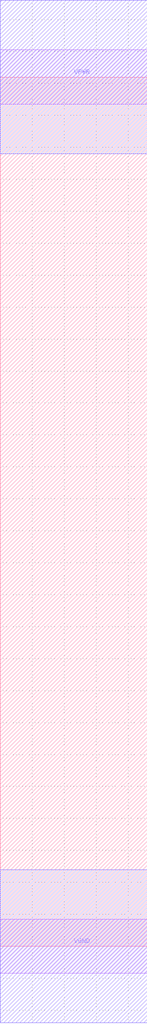
<source format=lef>
# Copyright 2020 The SkyWater PDK Authors
#
# Licensed under the Apache License, Version 2.0 (the "License");
# you may not use this file except in compliance with the License.
# You may obtain a copy of the License at
#
#     https://www.apache.org/licenses/LICENSE-2.0
#
# Unless required by applicable law or agreed to in writing, software
# distributed under the License is distributed on an "AS IS" BASIS,
# WITHOUT WARRANTIES OR CONDITIONS OF ANY KIND, either express or implied.
# See the License for the specific language governing permissions and
# limitations under the License.
#
# SPDX-License-Identifier: Apache-2.0

VERSION 5.5 ;
NAMESCASESENSITIVE ON ;
BUSBITCHARS "[]" ;
DIVIDERCHAR "/" ;
MACRO sky130_fd_sc_hd__fill_1
  CLASS CORE ;
  SOURCE USER ;
  ORIGIN  0.000000  0.000000 ;
  SIZE  0.460000 BY  2.720000 ;
  SYMMETRY X Y R90 ;
  SITE unithd ;
  PIN VGND
    DIRECTION INOUT ;
    SHAPE ABUTMENT ;
    USE GROUND ;
    PORT
      LAYER li1 ;
        RECT 0.000000 -0.085000 0.460000 0.085000 ;
    END
    PORT
      LAYER met1 ;
        RECT 0.000000 -0.240000 0.460000 0.240000 ;
    END
  END VGND
  PIN VPWR
    DIRECTION INOUT ;
    SHAPE ABUTMENT ;
    USE POWER ;
    PORT
      LAYER li1 ;
        RECT 0.000000 2.635000 0.460000 2.805000 ;
    END
    PORT
      LAYER met1 ;
        RECT 0.000000 2.480000 0.460000 2.960000 ;
    END
  END VPWR
  OBS
  END
END sky130_fd_sc_hd__fill_1
END LIBRARY

</source>
